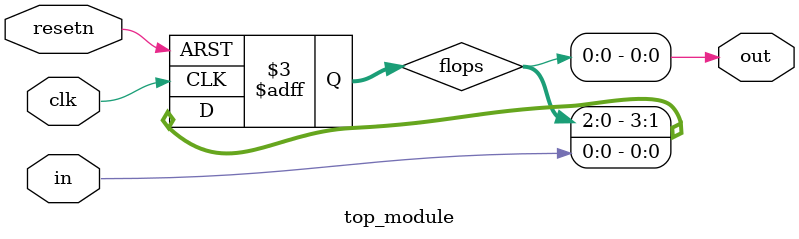
<source format=sv>
module top_module (
    input clk,
    input resetn,
    input in,
    output out
);

reg [3:0] flops;

always @(posedge clk or negedge resetn) begin
    if (~resetn) begin
        flops <= 4'b0;
    end else begin
        flops <= {flops[2:0], in};
    end
end

assign out = flops[0];

endmodule

</source>
